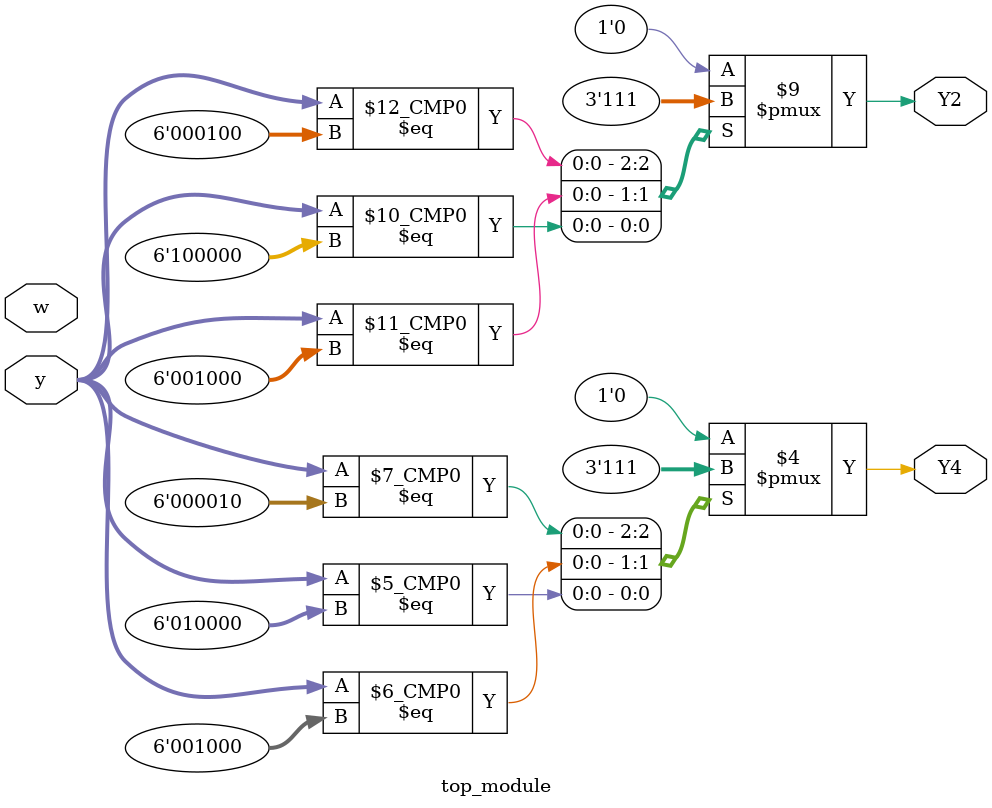
<source format=sv>
module top_module (
    input [6:1] y,
    input w,
    output Y2,
    output Y4
);

reg Y2;
reg Y4;

always @(*) begin
    case (y)
        7'b000001: begin // state A
            Y2 = 1'b0;
            Y4 = 1'b0;
        end
        7'b000010: begin // state B
            Y2 = 1'b0;
            Y4 = 1'b1;
        end
        7'b000100: begin // state C
            Y2 = 1'b1;
            Y4 = 1'b0;
        end
        7'b001000: begin // state D
            Y2 = 1'b1;
            Y4 = 1'b1;
        end
        7'b010000: begin // state E
            Y2 = 1'b0;
            Y4 = 1'b1;
        end
        7'b100000: begin // state F
            Y2 = 1'b1;
            Y4 = 1'b0;
        end
        default: begin
            Y2 = 1'b0;
            Y4 = 1'b0;
        end
    endcase
end

endmodule

</source>
